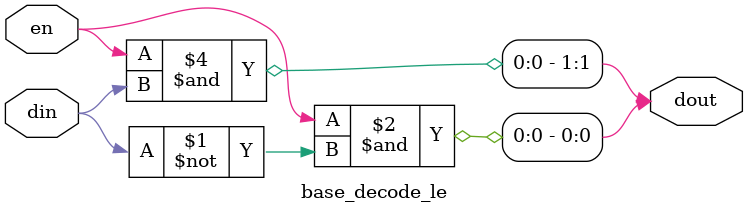
<source format=sv>
/*
 * Copyright 2017 IBM Corporation
 * Licensed to the Apache Software Foundation (ASF) under one
 * or more contributor license agreements.  See the NOTICE file
 * distributed with this work for additional information
 * regarding copyright ownership.  The ASF licenses this file
 * to you under the Apache License, Version 2.0 (the
 * "License"); you may not use this file except in compliance
 * with the License.  You may obtain a copy of the License at
 *
 *     http://www.apache.org/licenses/LICENSE-2.0
 *
 * Unless required by applicable law or agreed to in writing, software
 * distributed under the License is distributed on an "AS IS" BASIS,
 * WITHOUT WARRANTIES OR CONDITIONS OF ANY KIND, either express or implied.
 * See the License for the specific language governing permissions and
 * limitations under the License.
 *
 * Author: Andrew K Martin akmartin@us.ibm.com
 */
 
module base_decode_le#
  (
   parameter enc_width=1,
   parameter dec_width = 2 ** enc_width
   )
  (
   input en,
   input [enc_width-1:0] din,
   output [dec_width-1:0] dout
   );
   
   genvar 		  i;
   generate
      for(i=0; i<dec_width; i=i+1) begin : Gen
	 assign dout[i] = en & (din == i);
      end
   endgenerate
endmodule // gx_decode


</source>
